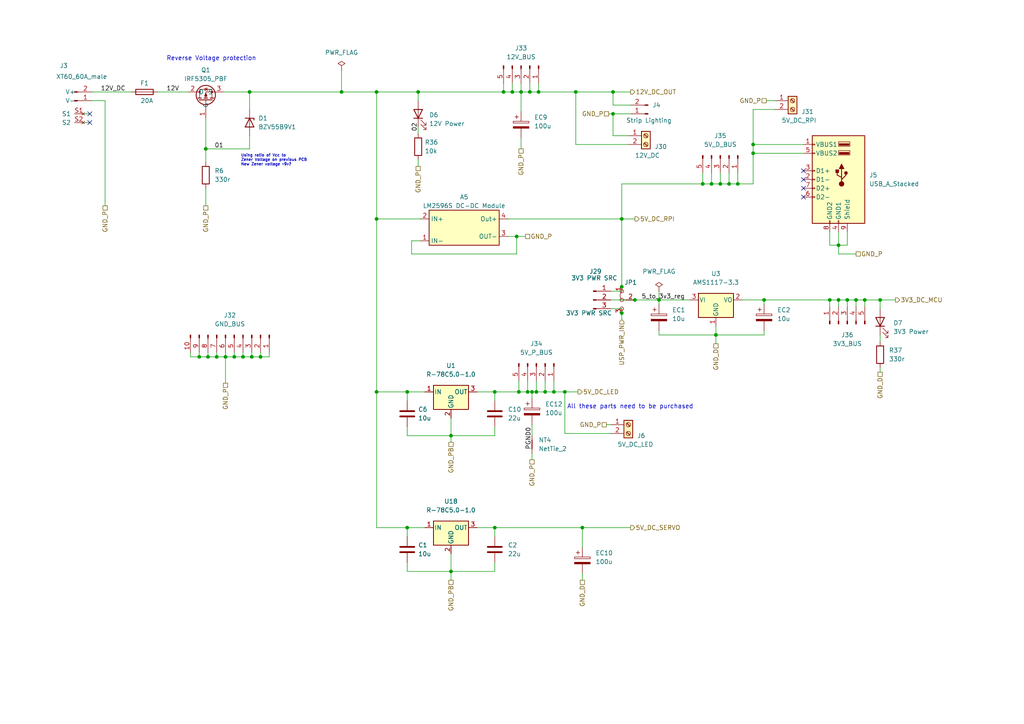
<source format=kicad_sch>
(kicad_sch (version 20230121) (generator eeschema)
  (paper "A4")
  (lib_symbols
    (symbol "000_Capacitor_Electrolytic_Immo:100u" (pin_numbers hide) (pin_names (offset 0.254))
      (property "Reference" "EC" (at 0.635 2.54 0))
      (property "Value" "100u" (at 0.635 -2.54 0))
      (symbol "100u_0_1"
        (rectangle (start -2.286 0.508) (end 2.286 1.016))
        (polyline (pts (xy -1.778 2.286) (xy -0.762 2.286)))
        (polyline (pts (xy -1.27 2.794) (xy -1.27 1.778)))
        (rectangle (start 2.286 -0.508) (end -2.286 -1.016) (fill (type outline)))
      )
      (symbol "100u_1_1"
        (pin passive line (at 0 3.81 270) (length 2.794) (name "~") (number "1"))
        (pin passive line (at 0 -3.81 90) (length 2.794) (name "~") (number "2"))
      )
    )
    (symbol "000_Capacitor_Electrolytic_Immo:22u" (pin_numbers hide) (pin_names (offset 0.254))
      (property "Reference" "EC" (at 0.635 2.54 0))
      (property "Value" "22u" (at 0.635 -2.54 0))
      (symbol "22u_0_1"
        (rectangle (start -2.286 0.508) (end 2.286 1.016))
        (polyline (pts (xy -1.778 2.286) (xy -0.762 2.286)))
        (polyline (pts (xy -1.27 2.794) (xy -1.27 1.778)))
        (rectangle (start 2.286 -0.508) (end -2.286 -1.016) (fill (type outline)))
      )
      (symbol "22u_1_1"
        (pin passive line (at 0 3.81 270) (length 2.794) (name "~") (number "1"))
        (pin passive line (at 0 -3.81 90) (length 2.794) (name "~") (number "2"))
      )
    )
    (symbol "000_Capacitor_Film_Immo:cap_film_0805" (pin_numbers hide) (pin_names (offset 0.254))
      (property "Reference" "C" (at 0.635 2.54 0))
      (property "Value" "cap_film_0805" (at 0.635 -2.54 0))
      (symbol "cap_film_0805_0_1"
        (polyline (pts (xy -2.032 -0.762) (xy 2.032 -0.762)) (stroke (width 0.508)))
        (polyline (pts (xy -2.032 0.762) (xy 2.032 0.762)) (stroke (width 0.508)))
      )
      (symbol "cap_film_0805_1_1"
        (pin passive line (at 0 3.81 270) (length 2.794) (name "~") (number "1"))
        (pin passive line (at 0 -3.81 90) (length 2.794) (name "~") (number "2"))
      )
    )
    (symbol "000_Connectors_Immo:2pin_molex_2.54mm_male" (pin_names (offset 1.016) hide)
      (property "Reference" "J" (at 0 2.54 0))
      (property "Value" "2pin_molex_2.54mm_male" (at 0 -5.08 0))
      (symbol "2pin_molex_2.54mm_male_1_1"
        (polyline (pts (xy 1.27 -2.54) (xy 0.8636 -2.54)) (stroke (width 0.1524)))
        (polyline (pts (xy 1.27 0) (xy 0.8636 0)) (stroke (width 0.1524)))
        (rectangle (start 0.8636 -2.413) (end 0 -2.667) (stroke (width 0.1524)) (fill (type outline)))
        (rectangle (start 0.8636 0.127) (end 0 -0.127) (stroke (width 0.1524)) (fill (type outline)))
        (pin passive line (at 5.08 0 180) (length 3.81) (name "Pin_1") (number "1"))
        (pin passive line (at 5.08 -2.54 180) (length 3.81) (name "Pin_2") (number "2"))
      )
    )
    (symbol "000_Connectors_Immo:Jumper_3_Bridged12" (pin_names (offset 0) hide)
      (property "Reference" "JP" (at -2.54 -2.54 0))
      (property "Value" "Jumper_3_Bridged12" (at 0 2.794 0))
      (symbol "Jumper_3_Bridged12_0_0"
        (circle (center -2.54 0) (radius 0.508))
        (circle (center 0 0) (radius 0.508))
        (circle (center 2.54 0) (radius 0.508))
      )
      (symbol "Jumper_3_Bridged12_0_1"
        (arc (start 0 -0.0807) (mid -1.27 0.4699) (end -2.54 -0.0807))
        (polyline (pts (xy 0 -1.27) (xy 0 -0.508)))
      )
      (symbol "Jumper_3_Bridged12_1_1"
        (pin passive line (at -3.81 0 0) (length 1.27) (name "A") (number "1"))
        (pin input line (at 0 -3.81 90) (length 2.54) (name "C") (number "2"))
        (pin passive line (at 3.81 0 180) (length 1.27) (name "B") (number "3"))
      )
    )
    (symbol "000_Connectors_Immo:XT60_60A_male" (pin_names (offset 1.016))
      (property "Reference" "J?" (at -0.635 6.985 0))
      (property "Value" "XT60_60A_male" (at 10.795 3.81 0))
      (symbol "XT60_60A_male_1_1"
        (rectangle (start 0 -1.778) (end 0.8636 -2.032) (stroke (width 0.1524)) (fill (type outline)))
        (polyline (pts (xy 1.27 -1.905) (xy 0.8636 -1.905)) (stroke (width 0.1524)))
        (polyline (pts (xy 1.27 0.635) (xy 0.8636 0.635)) (stroke (width 0.1524)))
        (rectangle (start 0 0.762) (end 0.8636 0.508) (stroke (width 0.1524)) (fill (type outline)))
        (pin passive line (at 5.08 -1.905 180) (length 3.81) (name "V-") (number "1"))
        (pin passive line (at 5.08 0.635 180) (length 3.81) (name "V+") (number "2"))
        (pin no_connect line (at 2.54 -5.715 180) (length 2.54) (name "S1") (number "S1"))
        (pin no_connect line (at 2.54 -8.255 180) (length 2.54) (name "S2") (number "S2"))
      )
    )
    (symbol "000_MOSFET_Immo:IRF5305_PBF"
      (property "Reference" "Q?" (at 0 10.16 90))
      (property "Value" "IRF5305_PBF" (at 5.08 8.89 90))
      (symbol "IRF5305_PBF_0_1"
        (polyline (pts (xy 0.254 0) (xy -2.54 0)))
        (polyline (pts (xy 0.254 1.905) (xy 0.254 -1.905)) (stroke (width 0.254)))
        (polyline (pts (xy 0.762 -1.27) (xy 0.762 -2.286)) (stroke (width 0.254)))
        (polyline (pts (xy 0.762 0.508) (xy 0.762 -0.508)) (stroke (width 0.254)))
        (polyline (pts (xy 0.762 2.286) (xy 0.762 1.27)) (stroke (width 0.254)))
        (polyline (pts (xy 2.54 2.54) (xy 2.54 1.778)))
        (polyline (pts (xy 2.54 -2.54) (xy 2.54 0) (xy 0.762 0)))
        (polyline (pts (xy 0.762 1.778) (xy 3.302 1.778) (xy 3.302 -1.778) (xy 0.762 -1.778)))
        (polyline (pts (xy 2.286 0) (xy 1.27 0.381) (xy 1.27 -0.381) (xy 2.286 0)) (fill (type outline)))
        (polyline (pts (xy 2.794 -0.508) (xy 2.921 -0.381) (xy 3.683 -0.381) (xy 3.81 -0.254)))
        (polyline (pts (xy 3.302 -0.381) (xy 2.921 0.254) (xy 3.683 0.254) (xy 3.302 -0.381)))
        (circle (center 1.651 0) (radius 2.794) (stroke (width 0.254)))
        (circle (center 2.54 -1.778) (radius 0.254) (fill (type outline)))
        (circle (center 2.54 1.778) (radius 0.254) (fill (type outline)))
      )
      (symbol "IRF5305_PBF_1_1"
        (pin input line (at -5.08 0 0) (length 2.54) (name "G") (number "1"))
        (pin passive line (at 2.54 5.08 270) (length 2.54) (name "D") (number "2"))
        (pin passive line (at 2.54 -5.08 90) (length 2.54) (name "S") (number "3"))
      )
    )
    (symbol "000_Modules_Immo:LM2596S DC-DC Module"
      (property "Reference" "A" (at -10.16 8.89 0))
      (property "Value" "LM2596S DC-DC Module" (at -10.16 6.35 0))
      (symbol "LM2596S DC-DC Module_0_1"
        (rectangle (start -10.16 5.08) (end 10.16 -5.08) (stroke (width 0.254)) (fill (type background)))
      )
      (symbol "LM2596S DC-DC Module_1_1"
        (pin power_in line (at -12.7 -3.81 0) (length 2.54) (name "IN-") (number "1"))
        (pin power_in line (at -12.7 2.54 0) (length 2.54) (name "IN+") (number "2"))
        (pin power_out line (at 12.7 -2.54 180) (length 2.54) (name "OUT-") (number "3"))
        (pin power_out line (at 12.7 2.54 180) (length 2.54) (name "Out+") (number "4"))
      )
    )
    (symbol "000_Pin_Headers_Immo:Conn_01x05_Male" (pin_names (offset 1.016) hide)
      (property "Reference" "J" (at 0 7.62 0))
      (property "Value" "Conn_01x05_Male" (at 0 -7.62 0))
      (symbol "Conn_01x05_Male_1_1"
        (polyline (pts (xy 1.27 -5.08) (xy 0.8636 -5.08)) (stroke (width 0.1524)))
        (polyline (pts (xy 1.27 -2.54) (xy 0.8636 -2.54)) (stroke (width 0.1524)))
        (polyline (pts (xy 1.27 0) (xy 0.8636 0)) (stroke (width 0.1524)))
        (polyline (pts (xy 1.27 2.54) (xy 0.8636 2.54)) (stroke (width 0.1524)))
        (polyline (pts (xy 1.27 5.08) (xy 0.8636 5.08)) (stroke (width 0.1524)))
        (rectangle (start 0.8636 -4.953) (end 0 -5.207) (stroke (width 0.1524)) (fill (type outline)))
        (rectangle (start 0.8636 -2.413) (end 0 -2.667) (stroke (width 0.1524)) (fill (type outline)))
        (rectangle (start 0.8636 0.127) (end 0 -0.127) (stroke (width 0.1524)) (fill (type outline)))
        (rectangle (start 0.8636 2.667) (end 0 2.413) (stroke (width 0.1524)) (fill (type outline)))
        (rectangle (start 0.8636 5.207) (end 0 4.953) (stroke (width 0.1524)) (fill (type outline)))
        (pin passive line (at 5.08 5.08 180) (length 3.81) (name "Pin_1") (number "1"))
        (pin passive line (at 5.08 2.54 180) (length 3.81) (name "Pin_2") (number "2"))
        (pin passive line (at 5.08 0 180) (length 3.81) (name "Pin_3") (number "3"))
        (pin passive line (at 5.08 -2.54 180) (length 3.81) (name "Pin_4") (number "4"))
        (pin passive line (at 5.08 -5.08 180) (length 3.81) (name "Pin_5") (number "5"))
      )
    )
    (symbol "000_Protection_Immo:Fuse" (pin_numbers hide) (pin_names (offset 0))
      (property "Reference" "F" (at 2.032 0 90))
      (property "Value" "Fuse" (at -1.905 0 90))
      (symbol "Fuse_0_1"
        (rectangle (start -0.762 -2.54) (end 0.762 2.54) (stroke (width 0.254)))
        (polyline (pts (xy 0 2.54) (xy 0 -2.54)))
      )
      (symbol "Fuse_1_1"
        (pin passive line (at 0 3.81 270) (length 1.27) (name "~") (number "1"))
        (pin passive line (at 0 -3.81 90) (length 1.27) (name "~") (number "2"))
      )
    )
    (symbol "000_Resistors_Immo:Resistor_0805" (pin_numbers hide) (pin_names (offset 0))
      (property "Reference" "R?" (at -2.54 3.81 0))
      (property "Value" "Resistor_0805" (at -5.08 2.54 0))
      (symbol "Resistor_0805_0_1"
        (rectangle (start 2.54 -1.016) (end -2.54 1.016) (stroke (width 0.254)))
      )
      (symbol "Resistor_0805_1_1"
        (pin passive line (at -3.81 0 0) (length 1.27) (name "~") (number "1"))
        (pin passive line (at 3.81 0 180) (length 1.27) (name "~") (number "2"))
      )
    )
    (symbol "Connector:Conn_01x03_Male" (pin_names (offset 1.016) hide)
      (property "Reference" "J" (at 0 5.08 0))
      (property "Value" "Conn_01x03_Male" (at 2.54 -4.191 0))
      (symbol "Conn_01x03_Male_1_1"
        (polyline (pts (xy 1.27 -2.54) (xy 0.8636 -2.54)) (stroke (width 0.1524)))
        (polyline (pts (xy 1.27 0) (xy 0.8636 0)) (stroke (width 0.1524)))
        (polyline (pts (xy 1.27 2.54) (xy 0.8636 2.54)) (stroke (width 0.1524)))
        (rectangle (start 0.8636 -2.413) (end 0 -2.667) (stroke (width 0.1524)) (fill (type outline)))
        (rectangle (start 0.8636 0.127) (end 0 -0.127) (stroke (width 0.1524)) (fill (type outline)))
        (rectangle (start 0.8636 2.667) (end 0 2.413) (stroke (width 0.1524)) (fill (type outline)))
        (pin passive line (at 5.08 2.54 180) (length 3.81) (name "Pin_1") (number "1"))
        (pin passive line (at 5.08 0 180) (length 3.81) (name "Pin_2") (number "2"))
        (pin passive line (at 5.08 -2.54 180) (length 3.81) (name "Pin_3") (number "3"))
      )
    )
    (symbol "Connector:Conn_01x10_Male" (pin_names (offset 1.016) hide)
      (property "Reference" "J" (at 0 12.7 0))
      (property "Value" "Conn_01x10_Male" (at 0 -15.24 0))
      (symbol "Conn_01x10_Male_1_1"
        (polyline (pts (xy 1.27 -12.7) (xy 0.8636 -12.7)) (stroke (width 0.1524)))
        (polyline (pts (xy 1.27 -10.16) (xy 0.8636 -10.16)) (stroke (width 0.1524)))
        (polyline (pts (xy 1.27 -7.62) (xy 0.8636 -7.62)) (stroke (width 0.1524)))
        (polyline (pts (xy 1.27 -5.08) (xy 0.8636 -5.08)) (stroke (width 0.1524)))
        (polyline (pts (xy 1.27 -2.54) (xy 0.8636 -2.54)) (stroke (width 0.1524)))
        (polyline (pts (xy 1.27 0) (xy 0.8636 0)) (stroke (width 0.1524)))
        (polyline (pts (xy 1.27 2.54) (xy 0.8636 2.54)) (stroke (width 0.1524)))
        (polyline (pts (xy 1.27 5.08) (xy 0.8636 5.08)) (stroke (width 0.1524)))
        (polyline (pts (xy 1.27 7.62) (xy 0.8636 7.62)) (stroke (width 0.1524)))
        (polyline (pts (xy 1.27 10.16) (xy 0.8636 10.16)) (stroke (width 0.1524)))
        (rectangle (start 0.8636 -12.573) (end 0 -12.827) (stroke (width 0.1524)) (fill (type outline)))
        (rectangle (start 0.8636 -10.033) (end 0 -10.287) (stroke (width 0.1524)) (fill (type outline)))
        (rectangle (start 0.8636 -7.493) (end 0 -7.747) (stroke (width 0.1524)) (fill (type outline)))
        (rectangle (start 0.8636 -4.953) (end 0 -5.207) (stroke (width 0.1524)) (fill (type outline)))
        (rectangle (start 0.8636 -2.413) (end 0 -2.667) (stroke (width 0.1524)) (fill (type outline)))
        (rectangle (start 0.8636 0.127) (end 0 -0.127) (stroke (width 0.1524)) (fill (type outline)))
        (rectangle (start 0.8636 2.667) (end 0 2.413) (stroke (width 0.1524)) (fill (type outline)))
        (rectangle (start 0.8636 5.207) (end 0 4.953) (stroke (width 0.1524)) (fill (type outline)))
        (rectangle (start 0.8636 7.747) (end 0 7.493) (stroke (width 0.1524)) (fill (type outline)))
        (rectangle (start 0.8636 10.287) (end 0 10.033) (stroke (width 0.1524)) (fill (type outline)))
        (pin passive line (at 5.08 10.16 180) (length 3.81) (name "Pin_1") (number "1"))
        (pin passive line (at 5.08 -12.7 180) (length 3.81) (name "Pin_10") (number "10"))
        (pin passive line (at 5.08 7.62 180) (length 3.81) (name "Pin_2") (number "2"))
        (pin passive line (at 5.08 5.08 180) (length 3.81) (name "Pin_3") (number "3"))
        (pin passive line (at 5.08 2.54 180) (length 3.81) (name "Pin_4") (number "4"))
        (pin passive line (at 5.08 0 180) (length 3.81) (name "Pin_5") (number "5"))
        (pin passive line (at 5.08 -2.54 180) (length 3.81) (name "Pin_6") (number "6"))
        (pin passive line (at 5.08 -5.08 180) (length 3.81) (name "Pin_7") (number "7"))
        (pin passive line (at 5.08 -7.62 180) (length 3.81) (name "Pin_8") (number "8"))
        (pin passive line (at 5.08 -10.16 180) (length 3.81) (name "Pin_9") (number "9"))
      )
    )
    (symbol "Connector:Screw_Terminal_01x02" (pin_names (offset 1.016) hide)
      (property "Reference" "J" (at 0 2.54 0))
      (property "Value" "Screw_Terminal_01x02" (at 0 -5.08 0))
      (symbol "Screw_Terminal_01x02_1_1"
        (rectangle (start -1.27 1.27) (end 1.27 -3.81) (stroke (width 0.254)) (fill (type background)))
        (circle (center 0 -2.54) (radius 0.635) (stroke (width 0.1524)))
        (polyline (pts (xy -0.5334 -2.2098) (xy 0.3302 -3.048)) (stroke (width 0.1524)))
        (polyline (pts (xy -0.5334 0.3302) (xy 0.3302 -0.508)) (stroke (width 0.1524)))
        (polyline (pts (xy -0.3556 -2.032) (xy 0.508 -2.8702)) (stroke (width 0.1524)))
        (polyline (pts (xy -0.3556 0.508) (xy 0.508 -0.3302)) (stroke (width 0.1524)))
        (circle (center 0 0) (radius 0.635) (stroke (width 0.1524)))
        (pin passive line (at -5.08 0 0) (length 3.81) (name "Pin_1") (number "1"))
        (pin passive line (at -5.08 -2.54 0) (length 3.81) (name "Pin_2") (number "2"))
      )
    )
    (symbol "Connector:USB_A_Stacked" (pin_names (offset 1.016))
      (property "Reference" "J" (at 0 15.875 0))
      (property "Value" "USB_A_Stacked" (at 0 13.97 0))
      (symbol "USB_A_Stacked_0_1"
        (rectangle (start -7.62 12.7) (end 7.62 -12.7) (stroke (width 0.254)) (fill (type background)))
        (circle (center -2.159 1.905) (radius 0.381) (stroke (width 0.254)) (fill (type outline)))
        (circle (center -0.889 -1.27) (radius 0.635) (stroke (width 0.254)) (fill (type outline)))
        (rectangle (start -0.254 7.366) (end -3.048 7.874) (fill (type outline)))
        (rectangle (start -0.254 9.906) (end -3.048 10.414) (fill (type outline)))
        (rectangle (start -0.127 -12.7) (end 0.127 -11.938))
        (polyline (pts (xy -1.524 3.175) (xy -0.254 3.175) (xy -0.889 4.445) (xy -1.524 3.175)) (stroke (width 0.254)) (fill (type outline)))
        (polyline (pts (xy -0.889 -0.635) (xy -0.889 0) (xy -2.159 1.27) (xy -2.159 1.905)) (stroke (width 0.254)))
        (polyline (pts (xy -0.889 0) (xy -0.889 0.635) (xy 0.381 1.27) (xy 0.381 2.54)) (stroke (width 0.254)))
        (rectangle (start 0 2.794) (end 0.762 2.032) (stroke (width 0.254)) (fill (type outline)))
        (rectangle (start 0 7.112) (end -3.302 8.382))
        (rectangle (start 0 9.652) (end -3.302 10.922))
        (rectangle (start 2.413 -12.7) (end 2.667 -11.938))
        (rectangle (start 7.62 -5.207) (end 6.858 -4.953))
        (rectangle (start 7.62 -2.667) (end 6.858 -2.413))
        (rectangle (start 7.62 -0.127) (end 6.858 0.127))
        (rectangle (start 7.62 2.413) (end 6.858 2.667))
        (rectangle (start 7.62 7.493) (end 6.858 7.747))
        (rectangle (start 7.62 10.033) (end 6.858 10.287))
      )
      (symbol "USB_A_Stacked_1_1"
        (polyline (pts (xy -0.889 0.635) (xy -0.889 3.175)) (stroke (width 0.254)))
        (pin power_in line (at 10.16 10.16 180) (length 2.54) (name "VBUS1") (number "1"))
        (pin bidirectional line (at 10.16 0 180) (length 2.54) (name "D1-") (number "2"))
        (pin bidirectional line (at 10.16 2.54 180) (length 2.54) (name "D1+") (number "3"))
        (pin power_in line (at 0 -15.24 90) (length 2.54) (name "GND1") (number "4"))
        (pin power_in line (at 10.16 7.62 180) (length 2.54) (name "VBUS2") (number "5"))
        (pin bidirectional line (at 10.16 -5.08 180) (length 2.54) (name "D2-") (number "6"))
        (pin bidirectional line (at 10.16 -2.54 180) (length 2.54) (name "D2+") (number "7"))
        (pin power_in line (at 2.54 -15.24 90) (length 2.54) (name "GND2") (number "8"))
        (pin passive line (at -2.54 -15.24 90) (length 2.54) (name "Shield") (number "9"))
      )
    )
    (symbol "Device:LED" (pin_numbers hide) (pin_names (offset 1.016) hide)
      (property "Reference" "D" (at 0 2.54 0))
      (property "Value" "LED" (at 0 -2.54 0))
      (symbol "LED_0_1"
        (polyline (pts (xy -1.27 -1.27) (xy -1.27 1.27)) (stroke (width 0.254)))
        (polyline (pts (xy -1.27 0) (xy 1.27 0)))
        (polyline (pts (xy 1.27 -1.27) (xy 1.27 1.27) (xy -1.27 0) (xy 1.27 -1.27)) (stroke (width 0.254)))
        (polyline (pts (xy -3.048 -0.762) (xy -4.572 -2.286) (xy -3.81 -2.286) (xy -4.572 -2.286) (xy -4.572 -1.524)))
        (polyline (pts (xy -1.778 -0.762) (xy -3.302 -2.286) (xy -2.54 -2.286) (xy -3.302 -2.286) (xy -3.302 -1.524)))
      )
      (symbol "LED_1_1"
        (pin passive line (at -3.81 0 0) (length 2.54) (name "K") (number "1"))
        (pin passive line (at 3.81 0 180) (length 2.54) (name "A") (number "2"))
      )
    )
    (symbol "Device:NetTie_2" (pin_numbers hide) (pin_names (offset 0) hide)
      (property "Reference" "NT" (at 0 1.27 0))
      (property "Value" "NetTie_2" (at 0 -1.27 0))
      (symbol "NetTie_2_0_1"
        (polyline (pts (xy -1.27 0) (xy 1.27 0)) (stroke (width 0.254)))
      )
      (symbol "NetTie_2_1_1"
        (pin passive line (at -2.54 0 0) (length 2.54) (name "1") (number "1"))
        (pin passive line (at 2.54 0 180) (length 2.54) (name "2") (number "2"))
      )
    )
    (symbol "Diode:BZV55B9V1" (pin_numbers hide) (pin_names (offset 1.016) hide)
      (property "Reference" "D" (at 0 2.54 0))
      (property "Value" "BZV55B9V1" (at 0 -2.54 0))
      (symbol "BZV55B9V1_0_1"
        (polyline (pts (xy 1.27 0) (xy -1.27 0)))
        (polyline (pts (xy -1.27 -1.27) (xy -1.27 1.27) (xy -0.762 1.27)) (stroke (width 0.254)))
        (polyline (pts (xy 1.27 -1.27) (xy 1.27 1.27) (xy -1.27 0) (xy 1.27 -1.27)) (stroke (width 0.254)))
      )
      (symbol "BZV55B9V1_1_1"
        (pin passive line (at -3.81 0 0) (length 2.54) (name "K") (number "1"))
        (pin passive line (at 3.81 0 180) (length 2.54) (name "A") (number "2"))
      )
    )
    (symbol "Regulator_Linear:AMS1117-3.3" (pin_names (offset 0.254))
      (property "Reference" "U" (at -3.81 3.175 0))
      (property "Value" "AMS1117-3.3" (at 0 3.175 0))
      (symbol "AMS1117-3.3_0_1"
        (rectangle (start -5.08 -5.08) (end 5.08 1.905) (stroke (width 0.254)) (fill (type background)))
      )
      (symbol "AMS1117-3.3_1_1"
        (pin power_in line (at 0 -7.62 90) (length 2.54) (name "GND") (number "1"))
        (pin power_out line (at 7.62 0 180) (length 2.54) (name "VO") (number "2"))
        (pin power_in line (at -7.62 0 0) (length 2.54) (name "VI") (number "3"))
      )
    )
    (symbol "Regulator_Switching:R-78C5.0-1.0" (pin_names (offset 0.254))
      (property "Reference" "U" (at -3.81 3.175 0))
      (property "Value" "R-78C5.0-1.0" (at 0 3.175 0))
      (symbol "R-78C5.0-1.0_0_1"
        (rectangle (start -5.08 1.905) (end 5.08 -5.08) (stroke (width 0.254)) (fill (type background)))
      )
      (symbol "R-78C5.0-1.0_1_1"
        (pin power_in line (at -7.62 0 0) (length 2.54) (name "IN") (number "1"))
        (pin power_in line (at 0 -7.62 90) (length 2.54) (name "GND") (number "2"))
        (pin power_out line (at 7.62 0 180) (length 2.54) (name "OUT") (number "3"))
      )
    )
    (symbol "power:PWR_FLAG" (power) (pin_numbers hide) (pin_names (offset 0) hide)
      (property "Value" "PWR_FLAG" (at 0 3.81 0))
      (symbol "PWR_FLAG_0_0"
        (pin power_out line (at 0 0 90) (length 0) (name "pwr") (number "1"))
      )
      (symbol "PWR_FLAG_0_1"
        (polyline (pts (xy 0 0) (xy 0 1.27) (xy -1.016 1.905) (xy 0 2.54) (xy 1.016 1.905) (xy 0 1.27)))
      )
    )
  )
  (junction (at 70.485 103.505))
  (junction (at 203.835 53.34))
  (junction (at 248.285 86.995))
  (junction (at 206.375 53.34))
  (junction (at 184.15 86.995))
  (junction (at 208.915 53.34))
  (junction (at 240.665 86.995))
  (junction (at 99.06 26.67))
  (junction (at 211.455 53.34))
  (junction (at 109.22 26.67))
  (junction (at 156.21 26.67))
  (junction (at 218.44 41.91))
  (junction (at 109.22 113.665))
  (junction (at 154.305 113.665))
  (junction (at 143.51 113.665))
  (junction (at 153.035 113.665))
  (junction (at 177.8 26.67))
  (junction (at 250.825 86.995))
  (junction (at 158.115 113.665))
  (junction (at 109.22 63.5))
  (junction (at 130.81 165.735))
  (junction (at 121.285 26.67))
  (junction (at 73.025 103.505))
  (junction (at 243.205 71.12))
  (junction (at 151.13 26.67))
  (junction (at 72.39 26.67))
  (junction (at 60.325 103.505))
  (junction (at 191.135 86.995))
  (junction (at 180.34 63.5))
  (junction (at 243.205 86.995))
  (junction (at 67.945 103.505))
  (junction (at 153.67 26.67))
  (junction (at 149.86 68.58))
  (junction (at 255.27 86.995))
  (junction (at 167.005 26.67))
  (junction (at 57.785 103.505))
  (junction (at 150.495 113.665))
  (junction (at 155.575 113.665))
  (junction (at 163.83 113.665))
  (junction (at 59.69 43.18))
  (junction (at 160.655 113.665))
  (junction (at 130.81 126.365))
  (junction (at 146.05 26.67))
  (junction (at 65.405 103.505))
  (junction (at 168.91 153.035))
  (junction (at 75.565 103.505))
  (junction (at 207.645 97.155))
  (junction (at 213.995 53.34))
  (junction (at 148.59 26.67))
  (junction (at 177.8 33.02))
  (junction (at 245.745 86.995))
  (junction (at 218.44 44.45))
  (junction (at 62.865 103.505))
  (junction (at 118.11 153.035))
  (junction (at 221.615 86.995))
  (junction (at 143.51 153.035))
  (junction (at 180.34 90.805))
  (junction (at 118.11 113.665))
  (junction (at 180.34 83.185))
  (no_connect (at 233.045 49.53))
  (no_connect (at 233.045 52.07))
  (no_connect (at 233.045 54.61))
  (no_connect (at 233.045 57.15))
  (no_connect (at 26.035 33.02))
  (no_connect (at 26.035 35.56))
  (wire (pts (xy 221.615 86.995) (xy 221.615 88.265)))
  (wire (pts (xy 143.51 113.665) (xy 150.495 113.665)))
  (wire (pts (xy 118.11 113.665) (xy 118.11 116.205)))
  (wire (pts (xy 255.27 86.995) (xy 259.715 86.995)))
  (wire (pts (xy 153.67 26.67) (xy 156.21 26.67)))
  (wire (pts (xy 177.8 33.02) (xy 182.88 33.02)))
  (wire (pts (xy 121.92 69.85) (xy 119.38 69.85)))
  (wire (pts (xy 191.135 88.265) (xy 191.135 86.995)))
  (wire (pts (xy 167.005 26.67) (xy 177.8 26.67)))
  (wire (pts (xy 154.305 115.57) (xy 154.305 113.665)))
  (wire (pts (xy 156.21 24.13) (xy 156.21 26.67)))
  (wire (pts (xy 118.11 163.195) (xy 118.11 165.735)))
  (wire (pts (xy 55.245 103.505) (xy 55.245 102.235)))
  (wire (pts (xy 215.265 86.995) (xy 221.615 86.995)))
  (wire (pts (xy 75.565 103.505) (xy 73.025 103.505)))
  (wire (pts (xy 243.205 67.31) (xy 243.205 71.12)))
  (wire (pts (xy 180.34 53.34) (xy 180.34 63.5)))
  (wire (pts (xy 180.34 90.805) (xy 180.34 92.71)))
  (wire (pts (xy 148.59 24.13) (xy 148.59 26.67)))
  (wire (pts (xy 151.13 26.67) (xy 153.67 26.67)))
  (wire (pts (xy 118.11 153.035) (xy 123.19 153.035)))
  (wire (pts (xy 30.48 29.21) (xy 30.48 59.69)))
  (wire (pts (xy 130.81 168.275) (xy 130.81 165.735)))
  (wire (pts (xy 155.575 110.49) (xy 155.575 113.665)))
  (wire (pts (xy 207.645 94.615) (xy 207.645 97.155)))
  (wire (pts (xy 146.05 24.13) (xy 146.05 26.67)))
  (wire (pts (xy 218.44 44.45) (xy 233.045 44.45)))
  (wire (pts (xy 177.165 86.995) (xy 184.15 86.995)))
  (wire (pts (xy 109.22 63.5) (xy 109.22 113.665)))
  (wire (pts (xy 240.665 71.12) (xy 240.665 67.31)))
  (wire (pts (xy 243.205 73.66) (xy 248.285 73.66)))
  (wire (pts (xy 59.69 54.61) (xy 59.69 59.69)))
  (wire (pts (xy 143.51 163.195) (xy 143.51 165.735)))
  (wire (pts (xy 70.485 103.505) (xy 67.945 103.505)))
  (wire (pts (xy 191.135 86.995) (xy 200.025 86.995)))
  (wire (pts (xy 177.165 84.455) (xy 180.34 84.455)))
  (wire (pts (xy 184.15 86.995) (xy 191.135 86.995)))
  (wire (pts (xy 57.785 103.505) (xy 55.245 103.505)))
  (wire (pts (xy 206.375 53.34) (xy 208.915 53.34)))
  (wire (pts (xy 130.81 165.735) (xy 143.51 165.735)))
  (wire (pts (xy 147.32 68.58) (xy 149.86 68.58)))
  (wire (pts (xy 75.565 102.235) (xy 75.565 103.505)))
  (wire (pts (xy 73.025 103.505) (xy 70.485 103.505)))
  (wire (pts (xy 150.495 113.665) (xy 153.035 113.665)))
  (wire (pts (xy 26.67 29.21) (xy 30.48 29.21)))
  (wire (pts (xy 245.745 86.995) (xy 248.285 86.995)))
  (wire (pts (xy 243.205 73.66) (xy 243.205 71.12)))
  (wire (pts (xy 155.575 113.665) (xy 158.115 113.665)))
  (wire (pts (xy 218.44 41.91) (xy 233.045 41.91)))
  (wire (pts (xy 250.825 86.995) (xy 250.825 88.9)))
  (wire (pts (xy 177.165 89.535) (xy 180.34 89.535)))
  (wire (pts (xy 72.39 26.67) (xy 72.39 31.75)))
  (wire (pts (xy 143.51 113.665) (xy 143.51 116.205)))
  (wire (pts (xy 121.285 36.83) (xy 121.285 38.735)))
  (wire (pts (xy 118.11 165.735) (xy 130.81 165.735)))
  (wire (pts (xy 57.785 102.235) (xy 57.785 103.505)))
  (wire (pts (xy 62.865 103.505) (xy 60.325 103.505)))
  (wire (pts (xy 62.865 102.235) (xy 62.865 103.505)))
  (wire (pts (xy 177.8 26.67) (xy 182.88 26.67)))
  (wire (pts (xy 109.22 26.67) (xy 121.285 26.67)))
  (wire (pts (xy 167.005 41.91) (xy 182.245 41.91)))
  (wire (pts (xy 143.51 153.035) (xy 168.91 153.035)))
  (wire (pts (xy 163.83 125.73) (xy 163.83 113.665)))
  (wire (pts (xy 72.39 39.37) (xy 72.39 43.18)))
  (wire (pts (xy 240.665 71.12) (xy 243.205 71.12)))
  (wire (pts (xy 255.27 86.995) (xy 255.27 89.535)))
  (wire (pts (xy 218.44 44.45) (xy 218.44 53.34)))
  (wire (pts (xy 208.915 50.165) (xy 208.915 53.34)))
  (wire (pts (xy 72.39 26.67) (xy 99.06 26.67)))
  (wire (pts (xy 60.325 103.505) (xy 57.785 103.505)))
  (wire (pts (xy 180.34 89.535) (xy 180.34 90.805)))
  (wire (pts (xy 121.285 26.67) (xy 146.05 26.67)))
  (wire (pts (xy 168.91 153.035) (xy 168.91 158.75)))
  (wire (pts (xy 148.59 26.67) (xy 151.13 26.67)))
  (wire (pts (xy 130.81 165.735) (xy 130.81 160.655)))
  (wire (pts (xy 221.615 86.995) (xy 240.665 86.995)))
  (wire (pts (xy 149.86 73.66) (xy 149.86 68.58)))
  (wire (pts (xy 154.305 113.665) (xy 155.575 113.665)))
  (wire (pts (xy 180.34 63.5) (xy 184.15 63.5)))
  (wire (pts (xy 118.11 113.665) (xy 123.19 113.665)))
  (wire (pts (xy 182.245 39.37) (xy 177.8 39.37)))
  (wire (pts (xy 218.44 31.75) (xy 218.44 41.91)))
  (wire (pts (xy 99.06 26.67) (xy 109.22 26.67)))
  (wire (pts (xy 160.655 113.665) (xy 163.83 113.665)))
  (wire (pts (xy 245.745 67.31) (xy 245.745 71.12)))
  (wire (pts (xy 207.645 97.155) (xy 207.645 99.695)))
  (wire (pts (xy 248.285 86.995) (xy 248.285 88.9)))
  (wire (pts (xy 243.205 86.995) (xy 243.205 88.9)))
  (wire (pts (xy 150.495 110.49) (xy 150.495 113.665)))
  (wire (pts (xy 118.11 126.365) (xy 130.81 126.365)))
  (wire (pts (xy 138.43 153.035) (xy 143.51 153.035)))
  (wire (pts (xy 180.34 53.34) (xy 203.835 53.34)))
  (wire (pts (xy 153.035 113.665) (xy 154.305 113.665)))
  (wire (pts (xy 158.115 110.49) (xy 158.115 113.665)))
  (wire (pts (xy 147.32 63.5) (xy 180.34 63.5)))
  (wire (pts (xy 211.455 50.165) (xy 211.455 53.34)))
  (wire (pts (xy 99.06 20.32) (xy 99.06 26.67)))
  (wire (pts (xy 151.13 24.13) (xy 151.13 26.67)))
  (wire (pts (xy 191.135 84.455) (xy 191.135 86.995)))
  (wire (pts (xy 243.205 71.12) (xy 245.745 71.12)))
  (wire (pts (xy 163.83 113.665) (xy 167.64 113.665)))
  (wire (pts (xy 78.105 102.235) (xy 78.105 103.505)))
  (wire (pts (xy 65.405 102.235) (xy 65.405 103.505)))
  (wire (pts (xy 73.025 102.235) (xy 73.025 103.505)))
  (wire (pts (xy 222.25 29.21) (xy 224.79 29.21)))
  (wire (pts (xy 26.67 26.67) (xy 38.1 26.67)))
  (wire (pts (xy 78.105 103.505) (xy 75.565 103.505)))
  (wire (pts (xy 167.005 26.67) (xy 167.005 41.91)))
  (wire (pts (xy 160.655 110.49) (xy 160.655 113.665)))
  (wire (pts (xy 154.305 131.445) (xy 154.305 133.35)))
  (wire (pts (xy 118.11 123.825) (xy 118.11 126.365)))
  (wire (pts (xy 203.835 53.34) (xy 206.375 53.34)))
  (wire (pts (xy 59.69 43.18) (xy 59.69 46.99)))
  (wire (pts (xy 168.91 153.035) (xy 182.88 153.035)))
  (wire (pts (xy 218.44 31.75) (xy 224.79 31.75)))
  (wire (pts (xy 65.405 103.505) (xy 62.865 103.505)))
  (wire (pts (xy 203.835 50.165) (xy 203.835 53.34)))
  (wire (pts (xy 213.995 53.34) (xy 218.44 53.34)))
  (wire (pts (xy 154.305 123.19) (xy 154.305 126.365)))
  (wire (pts (xy 255.27 106.68) (xy 255.27 107.95)))
  (wire (pts (xy 143.51 153.035) (xy 143.51 155.575)))
  (wire (pts (xy 121.285 46.355) (xy 121.285 48.26)))
  (wire (pts (xy 206.375 50.165) (xy 206.375 53.34)))
  (wire (pts (xy 240.665 88.9) (xy 240.665 86.995)))
  (wire (pts (xy 149.86 68.58) (xy 152.4 68.58)))
  (wire (pts (xy 60.325 102.235) (xy 60.325 103.505)))
  (wire (pts (xy 59.69 34.29) (xy 59.69 43.18)))
  (wire (pts (xy 143.51 123.825) (xy 143.51 126.365)))
  (wire (pts (xy 191.135 97.155) (xy 207.645 97.155)))
  (wire (pts (xy 70.485 102.235) (xy 70.485 103.505)))
  (wire (pts (xy 250.825 86.995) (xy 255.27 86.995)))
  (wire (pts (xy 213.995 50.165) (xy 213.995 53.34)))
  (wire (pts (xy 65.405 103.505) (xy 67.945 103.505)))
  (wire (pts (xy 221.615 97.155) (xy 207.645 97.155)))
  (wire (pts (xy 121.285 26.67) (xy 121.285 29.21)))
  (wire (pts (xy 109.22 113.665) (xy 118.11 113.665)))
  (wire (pts (xy 168.91 166.37) (xy 168.91 168.275)))
  (wire (pts (xy 177.8 39.37) (xy 177.8 33.02)))
  (wire (pts (xy 24.13 35.56) (xy 26.035 35.56)))
  (wire (pts (xy 163.83 125.73) (xy 177.165 125.73)))
  (wire (pts (xy 182.88 30.48) (xy 177.8 30.48)))
  (wire (pts (xy 109.22 153.035) (xy 118.11 153.035)))
  (wire (pts (xy 153.035 110.49) (xy 153.035 113.665)))
  (wire (pts (xy 130.81 126.365) (xy 130.81 128.27)))
  (wire (pts (xy 221.615 95.885) (xy 221.615 97.155)))
  (wire (pts (xy 218.44 41.91) (xy 218.44 44.45)))
  (wire (pts (xy 156.21 26.67) (xy 167.005 26.67)))
  (wire (pts (xy 119.38 73.66) (xy 149.86 73.66)))
  (wire (pts (xy 109.22 63.5) (xy 121.92 63.5)))
  (wire (pts (xy 153.67 24.13) (xy 153.67 26.67)))
  (wire (pts (xy 138.43 113.665) (xy 143.51 113.665)))
  (wire (pts (xy 175.895 123.19) (xy 177.165 123.19)))
  (wire (pts (xy 180.34 83.185) (xy 180.34 63.5)))
  (wire (pts (xy 240.665 86.995) (xy 243.205 86.995)))
  (wire (pts (xy 72.39 43.18) (xy 59.69 43.18)))
  (wire (pts (xy 176.53 33.02) (xy 177.8 33.02)))
  (wire (pts (xy 67.945 102.235) (xy 67.945 103.505)))
  (wire (pts (xy 65.405 103.505) (xy 65.405 111.125)))
  (wire (pts (xy 118.11 153.035) (xy 118.11 155.575)))
  (wire (pts (xy 211.455 53.34) (xy 213.995 53.34)))
  (wire (pts (xy 146.05 26.67) (xy 148.59 26.67)))
  (wire (pts (xy 180.34 84.455) (xy 180.34 83.185)))
  (wire (pts (xy 255.27 97.155) (xy 255.27 99.06)))
  (wire (pts (xy 158.115 113.665) (xy 160.655 113.665)))
  (wire (pts (xy 245.745 86.995) (xy 245.745 88.9)))
  (wire (pts (xy 119.38 69.85) (xy 119.38 73.66)))
  (wire (pts (xy 151.13 26.67) (xy 151.13 32.385)))
  (wire (pts (xy 64.77 26.67) (xy 72.39 26.67)))
  (wire (pts (xy 208.915 53.34) (xy 211.455 53.34)))
  (wire (pts (xy 248.285 86.995) (xy 250.825 86.995)))
  (wire (pts (xy 45.72 26.67) (xy 54.61 26.67)))
  (wire (pts (xy 109.22 26.67) (xy 109.22 63.5)))
  (wire (pts (xy 143.51 126.365) (xy 130.81 126.365)))
  (wire (pts (xy 243.205 86.995) (xy 245.745 86.995)))
  (wire (pts (xy 151.13 40.005) (xy 151.13 43.18)))
  (wire (pts (xy 109.22 113.665) (xy 109.22 153.035)))
  (wire (pts (xy 130.81 126.365) (xy 130.81 121.285)))
  (wire (pts (xy 177.8 30.48) (xy 177.8 26.67)))
  (wire (pts (xy 191.135 95.885) (xy 191.135 97.155)))
  (wire (pts (xy 24.13 33.02) (xy 26.035 33.02)))
  (text "Reverse Voltage protection" (at 48.26 17.78 0) (effects (font (size 1.27 1.27)) (justify left bottom)))
  (text "Using ratio of Vcc to \nZener Voltage on previous PCB\nNew Zener voltage ~9v?" (at 69.85 48.26 0) (effects (font (size 0.8 0.8)) (justify left bottom)))
  (text "All these parts need to be purchased" (at 164.465 118.745 0) (effects (font (size 1.27 1.27)) (justify left bottom)))
  (label "PGND0" (at 154.305 123.825 270))
  (label "01" (at 62.23 43.18 0))
  (label "12V" (at 48.26 26.67 0))
  (label "02" (at 121.285 38.1 90))
  (label "5_to_3v3_reg" (at 186.055 86.995 0))
  (label "12V_DC" (at 29.21 26.67 0))
  (hierarchical_label "GND_D" (shape passive) (at 255.27 107.95 270))
  (hierarchical_label "GND_P" (shape passive) (at 30.48 59.69 270))
  (hierarchical_label "3V3_DC_MCU" (shape output) (at 259.715 86.995 0))
  (hierarchical_label "GND_P" (shape passive) (at 59.69 59.69 270))
  (hierarchical_label "GND_P" (shape passive) (at 151.13 43.18 270))
  (hierarchical_label "5V_DC_SERVO" (shape output) (at 182.88 153.035 0))
  (hierarchical_label "5V_DC_RPI" (shape output) (at 184.15 63.5 0))
  (hierarchical_label "GND_P" (shape passive) (at 248.285 73.66 0))
  (hierarchical_label "GND_PB" (shape passive) (at 130.81 168.275 270))
  (hierarchical_label "GND_D" (shape passive) (at 168.91 168.275 270))
  (hierarchical_label "GND_P" (shape passive) (at 65.405 111.125 270))
  (hierarchical_label "GND_P" (shape passive) (at 154.305 133.35 270))
  (hierarchical_label "GND_P" (shape passive) (at 222.25 29.21 180))
  (hierarchical_label "GND_P" (shape passive) (at 152.4 68.58 0))
  (hierarchical_label "12V_DC_OUT" (shape output) (at 182.88 26.67 0))
  (hierarchical_label "GND_D" (shape passive) (at 207.645 99.695 270))
  (hierarchical_label "GND_P" (shape passive) (at 176.53 33.02 180))
  (hierarchical_label "GND_P" (shape passive) (at 121.285 48.26 270))
  (hierarchical_label "USP_PWR_IN" (shape input) (at 180.34 92.71 270))
  (hierarchical_label "GND_P" (shape passive) (at 175.895 123.19 180))
  (hierarchical_label "5V_DC_LED" (shape output) (at 167.64 113.665 0))
  (hierarchical_label "GND_PB" (shape passive) (at 130.81 128.27 270))
  (symbol (lib_id "000_Pin_Headers_Immo:Conn_01x05_Male") (at 151.13 19.05 270) (unit 1)
    (property "Reference" "J33" (at 151.13 13.97 90))
    (property "Value" "12V_BUS" (at 151.13 16.51 90))
    (property "Footprint" "Connector_PinHeader_2.54mm:PinHeader_1x05_P2.54mm_Vertical" (effects hide))
  )
  (symbol (lib_id "Connector:Conn_01x03_Male") (at 172.085 86.995 0) (unit 1)
    (property "Reference" "J29" (at 172.72 78.74 0))
    (property "Value" "3V3 PWR SRC" (at 170.815 90.805 0))
    (property "Footprint" "Connector_PinHeader_2.54mm:PinHeader_1x03_P2.54mm_Vertical" (effects hide))
  )
  (symbol (lib_id "power:PWR_FLAG") (at 191.135 84.455 0) (unit 1)
    (property "Reference" "#FLG0101" (effects hide))
    (property "Value" "PWR_FLAG" (at 191.135 78.74 0))
  )
  (symbol (lib_id "Connector:Conn_01x10_Male") (at 67.945 97.155 270) (unit 1)
    (property "Reference" "J32" (at 66.675 91.44 90))
    (property "Value" "GND_BUS" (at 66.675 93.98 90))
    (property "Footprint" "Connector_PinHeader_1.27mm:PinHeader_1x10_P1.27mm_Vertical" (effects hide))
  )
  (symbol (lib_id "000_Resistors_Immo:Resistor_0805") (at 121.285 42.545 90) (unit 1)
    (property "Reference" "R36" (at 123.19 41.2749 90) (effects (justify right)))
    (property "Value" "10k" (at 123.19 43.8149 90) (effects (justify right)))
    (property "Footprint" "Resistor_SMD:R_0805_2012Metric_Pad1.20x1.40mm_HandSolder" (effects hide))
  )
  (symbol (lib_id "Device:LED") (at 121.285 33.02 90) (unit 1)
    (property "Reference" "D6" (at 124.46 33.3374 90) (effects (justify right)))
    (property "Value" "12V Power" (at 124.46 35.8774 90) (effects (justify right)))
    (property "Footprint" "Diode_SMD:D_0805_2012Metric_Pad1.15x1.40mm_HandSolder" (effects hide))
  )
  (symbol (lib_id "000_Capacitor_Electrolytic_Immo:22u") (at 221.615 92.075 0) (unit 1)
    (property "Reference" "EC2" (at 225.425 89.9159 0) (effects (justify left)))
    (property "Value" "10u" (at 225.425 92.4559 0) (effects (justify left)))
    (property "Footprint" "Capacitor_SMD:CP_Elec_4x5.4" (effects hide))
  )
  (symbol (lib_id "000_MOSFET_Immo:IRF5305_PBF") (at 59.69 29.21 90) (unit 1)
    (property "Reference" "Q1" (at 59.69 20.32 90))
    (property "Value" "IRF5305_PBF" (at 59.69 22.86 90))
    (property "Footprint" "Package_TO_SOT_THT:TO-220-3_Vertical" (effects hide))
    (property "Datasheet" "http://www.infineon.com/dgdl/irf4905.pdf?fileId=5546d462533600a4015355e32165197c" (effects hide))
  )
  (symbol (lib_id "000_Connectors_Immo:XT60_60A_male") (at 21.59 27.305 0) (unit 1)
    (property "Reference" "J3" (at 19.685 19.05 0) (effects (justify right)))
    (property "Value" "XT60_60A_male" (at 31.115 22.225 0) (effects (justify right)))
    (property "Footprint" "Connector_AMASS:AMASS_XT60PW-M" (effects hide))
  )
  (symbol (lib_id "Connector:Screw_Terminal_01x02") (at 182.245 123.19 0) (unit 1)
    (property "Reference" "J6" (at 184.785 126.365 0) (effects (justify left)))
    (property "Value" "5V_DC_LED" (at 179.07 128.905 0) (effects (justify left)))
    (property "Footprint" "TerminalBlock:TerminalBlock_Altech_AK300-2_P5.00mm" (effects hide))
  )
  (symbol (lib_id "Diode:BZV55B9V1") (at 72.39 35.56 270) (unit 1)
    (property "Reference" "D1" (at 74.93 34.2899 90) (effects (justify left)))
    (property "Value" "BZV55B9V1" (at 74.93 36.8299 90) (effects (justify left)))
    (property "Footprint" "Diode_SMD:D_MiniMELF" (effects hide))
    (property "Datasheet" "https://assets.nexperia.com/documents/data-sheet/BZV55_SER.pdf" (effects hide))
  )
  (symbol (lib_id "Device:NetTie_2") (at 154.305 128.905 270) (mirror x) (unit 1)
    (property "Reference" "NT4" (at 156.21 127.6349 90) (effects (justify left)))
    (property "Value" "NetTie_2" (at 156.21 130.1749 90) (effects (justify left)))
    (property "Footprint" "NetTie:NetTie-2_SMD_Pad2.0mm" (effects hide))
  )
  (symbol (lib_id "000_Capacitor_Film_Immo:cap_film_0805") (at 118.11 120.015 0) (unit 1)
    (property "Reference" "C6" (at 121.285 118.7449 0) (effects (justify left)))
    (property "Value" "10u" (at 121.285 121.2849 0) (effects (justify left)))
    (property "Footprint" "Capacitor_SMD:C_0805_2012Metric_Pad1.18x1.45mm_HandSolder" (effects hide))
  )
  (symbol (lib_id "power:PWR_FLAG") (at 99.06 20.32 0) (unit 1)
    (property "Reference" "#FLG01" (effects hide))
    (property "Value" "PWR_FLAG" (at 99.06 15.24 0))
  )
  (symbol (lib_id "Connector:Screw_Terminal_01x02") (at 187.325 39.37 0) (unit 1)
    (property "Reference" "J30" (at 189.865 42.545 0) (effects (justify left)))
    (property "Value" "12V_DC" (at 184.15 45.085 0) (effects (justify left)))
    (property "Footprint" "TerminalBlock:TerminalBlock_Altech_AK300-2_P5.00mm" (effects hide))
  )
  (symbol (lib_id "000_Capacitor_Film_Immo:cap_film_0805") (at 118.11 159.385 0) (unit 1)
    (property "Reference" "C1" (at 121.285 158.1149 0) (effects (justify left)))
    (property "Value" "10u" (at 121.285 160.6549 0) (effects (justify left)))
    (property "Footprint" "Capacitor_SMD:C_0805_2012Metric_Pad1.18x1.45mm_HandSolder" (effects hide))
  )
  (symbol (lib_id "000_Capacitor_Electrolytic_Immo:100u") (at 151.13 36.195 0) (unit 1)
    (property "Reference" "EC9" (at 154.94 34.0359 0) (effects (justify left)))
    (property "Value" "100u" (at 154.94 36.5759 0) (effects (justify left)))
    (property "Footprint" "Capacitor_SMD:CP_Elec_6.3x7.7" (effects hide))
  )
  (symbol (lib_id "Regulator_Linear:AMS1117-3.3") (at 207.645 86.995 0) (unit 1)
    (property "Reference" "U3" (at 207.645 79.375 0))
    (property "Value" "AMS1117-3.3" (at 207.645 81.915 0))
    (property "Footprint" "Package_TO_SOT_SMD:SOT-223-3_TabPin2" (effects hide))
    (property "Datasheet" "http://www.advanced-monolithic.com/pdf/ds1117.pdf" (effects hide))
  )
  (symbol (lib_id "000_Modules_Immo:LM2596S DC-DC Module") (at 134.62 66.04 0) (unit 1)
    (property "Reference" "A5" (at 134.62 57.15 0))
    (property "Value" "LM2596S DC-DC Module" (at 134.62 59.69 0))
    (property "Footprint" "Module:LM2596S DC-DC Module" (effects hide))
    (property "Datasheet" "http://www.ti.com/lit/ds/symlink/lm2596.pdf" (effects hide))
  )
  (symbol (lib_id "000_Capacitor_Electrolytic_Immo:100u") (at 168.91 162.56 0) (unit 1)
    (property "Reference" "EC10" (at 172.72 160.4009 0) (effects (justify left)))
    (property "Value" "100u" (at 172.72 162.9409 0) (effects (justify left)))
    (property "Footprint" "Capacitor_SMD:CP_Elec_6.3x7.7" (effects hide))
  )
  (symbol (lib_id "000_Protection_Immo:Fuse") (at 41.91 26.67 90) (unit 1)
    (property "Reference" "F1" (at 43.18 24.13 90) (effects (justify left)))
    (property "Value" "20A" (at 44.45 29.21 90) (effects (justify left)))
    (property "Footprint" "Fuse:Fuseholder_Cylinder-5x20mm_Stelvio-Kontek_PTF78_Horizontal_Open" (effects hide))
  )
  (symbol (lib_id "000_Connectors_Immo:2pin_molex_2.54mm_male") (at 187.96 33.02 180) (unit 1)
    (property "Reference" "J4" (at 189.23 30.4799 0) (effects (justify right)))
    (property "Value" "Strip Lighting" (at 181.61 34.925 0) (effects (justify right)))
    (property "Footprint" "Connector_Molex:Molex_KK-254_AE-6410-02A_1x02_P2.54mm_Vertical" (effects hide))
  )
  (symbol (lib_id "000_Capacitor_Electrolytic_Immo:100u") (at 154.305 119.38 0) (unit 1)
    (property "Reference" "EC12" (at 158.115 117.2209 0) (effects (justify left)))
    (property "Value" "100u" (at 158.115 119.7609 0) (effects (justify left)))
    (property "Footprint" "Capacitor_SMD:CP_Elec_6.3x7.7" (effects hide))
  )
  (symbol (lib_id "000_Pin_Headers_Immo:Conn_01x05_Male") (at 155.575 105.41 270) (unit 1)
    (property "Reference" "J34" (at 155.575 99.695 90))
    (property "Value" "5V_P_BUS" (at 155.575 102.235 90))
    (property "Footprint" "Connector_PinHeader_2.54mm:PinHeader_1x05_P2.54mm_Vertical" (effects hide))
  )
  (symbol (lib_id "000_Capacitor_Film_Immo:cap_film_0805") (at 143.51 120.015 0) (unit 1)
    (property "Reference" "C10" (at 147.32 118.7449 0) (effects (justify left)))
    (property "Value" "22u" (at 147.32 121.2849 0) (effects (justify left)))
    (property "Footprint" "Capacitor_SMD:C_0805_2012Metric_Pad1.18x1.45mm_HandSolder" (effects hide))
  )
  (symbol (lib_id "Connector:Screw_Terminal_01x02") (at 229.87 29.21 0) (unit 1)
    (property "Reference" "J31" (at 232.41 32.385 0) (effects (justify left)))
    (property "Value" "5V_DC_RPI" (at 226.695 34.925 0) (effects (justify left)))
    (property "Footprint" "TerminalBlock:TerminalBlock_Altech_AK300-2_P5.00mm" (effects hide))
  )
  (symbol (lib_id "000_Resistors_Immo:Resistor_0805") (at 59.69 50.8 90) (unit 1)
    (property "Reference" "R6" (at 62.23 49.5299 90) (effects (justify right)))
    (property "Value" "330r" (at 62.23 52.0699 90) (effects (justify right)))
    (property "Footprint" "Resistor_SMD:R_0805_2012Metric_Pad1.20x1.40mm_HandSolder" (effects hide))
  )
  (symbol (lib_id "Regulator_Switching:R-78C5.0-1.0") (at 130.81 153.035 0) (unit 1)
    (property "Reference" "U18" (at 130.81 145.415 0))
    (property "Value" "R-78C5.0-1.0" (at 130.81 147.955 0))
    (property "Footprint" "Converter_DCDC:Converter_DCDC_RECOM_R-78E-0.5_THT" (effects hide))
    (property "Datasheet" "https://www.recom-power.com/pdf/Innoline/R-78Cxx-1.0.pdf" (effects hide))
  )
  (symbol (lib_id "000_Capacitor_Film_Immo:cap_film_0805") (at 143.51 159.385 0) (unit 1)
    (property "Reference" "C2" (at 147.32 158.1149 0) (effects (justify left)))
    (property "Value" "22u" (at 147.32 160.6549 0) (effects (justify left)))
    (property "Footprint" "Capacitor_SMD:C_0805_2012Metric_Pad1.18x1.45mm_HandSolder" (effects hide))
  )
  (symbol (lib_id "Regulator_Switching:R-78C5.0-1.0") (at 130.81 113.665 0) (unit 1)
    (property "Reference" "U1" (at 130.81 106.045 0))
    (property "Value" "R-78C5.0-1.0" (at 130.81 108.585 0))
    (property "Footprint" "Converter_DCDC:Converter_DCDC_RECOM_R-78E-0.5_THT" (effects hide))
    (property "Datasheet" "https://www.recom-power.com/pdf/Innoline/R-78Cxx-1.0.pdf" (effects hide))
  )
  (symbol (lib_id "000_Resistors_Immo:Resistor_0805") (at 255.27 102.87 90) (unit 1)
    (property "Reference" "R37" (at 257.81 101.5999 90) (effects (justify right)))
    (property "Value" "330r" (at 257.81 104.1399 90) (effects (justify right)))
    (property "Footprint" "Resistor_SMD:R_0805_2012Metric_Pad1.20x1.40mm_HandSolder" (effects hide))
  )
  (symbol (lib_id "000_Connectors_Immo:Jumper_3_Bridged12") (at 180.34 86.995 90) (mirror x) (unit 1)
    (property "Reference" "JP1" (at 184.785 81.915 90) (effects (justify left)))
    (property "Value" "3V3 PWR SRC" (at 179.07 80.645 90) (effects (justify left)))
    (property "Footprint" "Jumper:SolderJumper-3_P1.3mm_Bridged12_RoundedPad1.0x1.5mm" (effects hide))
  )
  (symbol (lib_id "000_Capacitor_Electrolytic_Immo:22u") (at 191.135 92.075 0) (unit 1)
    (property "Reference" "EC1" (at 194.945 89.9159 0) (effects (justify left)))
    (property "Value" "10u" (at 194.945 92.4559 0) (effects (justify left)))
    (property "Footprint" "Capacitor_SMD:CP_Elec_4x5.4" (effects hide))
  )
  (symbol (lib_id "000_Pin_Headers_Immo:Conn_01x05_Male") (at 208.915 45.085 270) (unit 1)
    (property "Reference" "J35" (at 208.915 39.37 90))
    (property "Value" "5V_D_BUS" (at 208.915 41.91 90))
    (property "Footprint" "Connector_PinHeader_2.54mm:PinHeader_1x05_P2.54mm_Vertical" (effects hide))
  )
  (symbol (lib_id "Device:LED") (at 255.27 93.345 90) (unit 1)
    (property "Reference" "D7" (at 259.08 93.6624 90) (effects (justify right)))
    (property "Value" "3V3 Power" (at 259.08 96.2024 90) (effects (justify right)))
    (property "Footprint" "Diode_SMD:D_0805_2012Metric_Pad1.15x1.40mm_HandSolder" (effects hide))
  )
  (symbol (lib_id "000_Pin_Headers_Immo:Conn_01x05_Male") (at 245.745 93.98 90) (unit 1)
    (property "Reference" "J36" (at 245.745 97.155 90))
    (property "Value" "3V3_BUS" (at 245.745 99.695 90))
    (property "Footprint" "Connector_PinHeader_2.54mm:PinHeader_1x05_P2.54mm_Vertical" (effects hide))
  )
  (symbol (lib_id "Connector:USB_A_Stacked") (at 243.205 52.07 0) (mirror y) (unit 1)
    (property "Reference" "J5" (at 252.095 50.7999 0) (effects (justify right)))
    (property "Value" "USB_A_Stacked" (at 252.095 53.3399 0) (effects (justify right)))
    (property "Footprint" "Connector_USB:USB_A_Wuerth_61400826021_Horizontal_Stacked" (effects hide))
    (property "Datasheet" " ~" (effects hide))
  )
)
</source>
